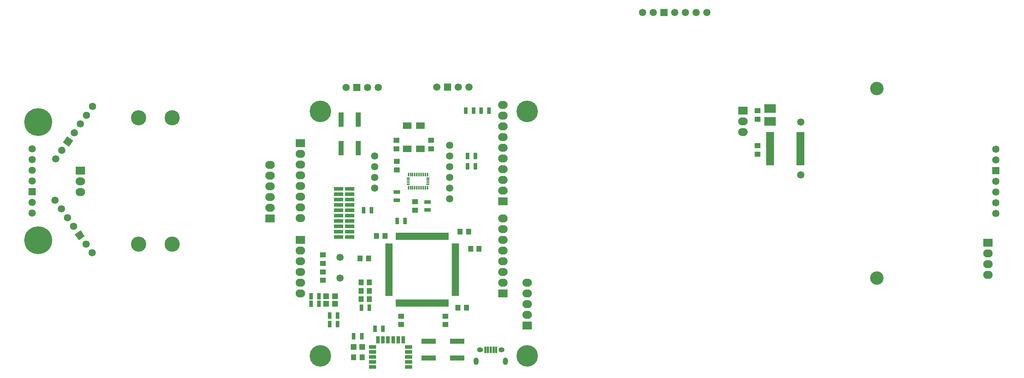
<source format=gts>
G04 #@! TF.FileFunction,Soldermask,Top*
%FSLAX46Y46*%
G04 Gerber Fmt 4.6, Leading zero omitted, Abs format (unit mm)*
G04 Created by KiCad (PCBNEW 4.0.4+dfsg1-stable) date Fri Feb  3 16:23:24 2017*
%MOMM*%
%LPD*%
G01*
G04 APERTURE LIST*
%ADD10C,0.100000*%
%ADD11C,5.100000*%
%ADD12R,2.232000X1.927200*%
%ADD13O,2.232000X1.927200*%
%ADD14R,1.700000X0.480000*%
%ADD15R,0.480000X1.700000*%
%ADD16R,1.450000X1.200000*%
%ADD17R,1.200000X1.450000*%
%ADD18R,0.900000X1.500000*%
%ADD19R,1.500000X0.900000*%
%ADD20R,0.450000X0.875000*%
%ADD21R,0.775000X0.450000*%
%ADD22C,1.724000*%
%ADD23R,1.724000X1.724000*%
%ADD24R,1.950000X0.650000*%
%ADD25R,2.699360X2.150720*%
%ADD26C,3.200000*%
%ADD27R,0.600000X1.550000*%
%ADD28O,1.450000X1.150000*%
%ADD29O,1.200000X1.750000*%
%ADD30R,2.232000X0.835000*%
%ADD31C,3.600000*%
%ADD32R,1.398880X1.398880*%
%ADD33R,1.700000X0.900000*%
%ADD34R,0.900000X1.700000*%
%ADD35R,1.200000X3.400000*%
%ADD36R,3.400000X1.200000*%
%ADD37C,6.600000*%
%ADD38C,1.701140*%
%ADD39R,2.100000X1.500000*%
G04 APERTURE END LIST*
D10*
D11*
X110350000Y-137900000D03*
X110350000Y-79900000D03*
X159350000Y-137900000D03*
X159350000Y-79900000D03*
D12*
X105640000Y-87510000D03*
D13*
X105640000Y-90050000D03*
X105640000Y-92590000D03*
X105640000Y-95130000D03*
X105640000Y-97670000D03*
X105640000Y-100210000D03*
X105640000Y-102750000D03*
X105640000Y-105290000D03*
D12*
X105640000Y-110390000D03*
D13*
X105640000Y-112930000D03*
X105640000Y-115470000D03*
X105640000Y-118010000D03*
X105640000Y-120550000D03*
X105640000Y-123090000D03*
D12*
X153640000Y-101270000D03*
D13*
X153640000Y-98730000D03*
X153640000Y-96190000D03*
X153640000Y-93650000D03*
X153640000Y-91110000D03*
X153640000Y-88570000D03*
X153640000Y-86030000D03*
X153640000Y-83490000D03*
X153640000Y-80950000D03*
X153640000Y-78410000D03*
D12*
X153640000Y-123110000D03*
D13*
X153640000Y-120570000D03*
X153640000Y-118030000D03*
X153640000Y-115490000D03*
X153640000Y-112950000D03*
X153640000Y-110410000D03*
X153640000Y-107870000D03*
X153640000Y-105330000D03*
D14*
X126600000Y-111500000D03*
X126600000Y-112000000D03*
X126600000Y-112500000D03*
X126600000Y-113000000D03*
X126600000Y-113500000D03*
X126600000Y-114000000D03*
X126600000Y-114500000D03*
X126600000Y-115000000D03*
X126600000Y-115500000D03*
X126600000Y-116000000D03*
X126600000Y-116500000D03*
X126600000Y-117000000D03*
X126600000Y-117500000D03*
X126600000Y-118000000D03*
X126600000Y-118500000D03*
X126600000Y-119000000D03*
X126600000Y-119500000D03*
X126600000Y-120000000D03*
X126600000Y-120500000D03*
X126600000Y-121000000D03*
X126600000Y-121500000D03*
X126600000Y-122000000D03*
X126600000Y-122500000D03*
X126600000Y-123000000D03*
X126600000Y-123500000D03*
D15*
X128500000Y-125400000D03*
X129000000Y-125400000D03*
X129500000Y-125400000D03*
X130000000Y-125400000D03*
X130500000Y-125400000D03*
X131000000Y-125400000D03*
X131500000Y-125400000D03*
X132000000Y-125400000D03*
X132500000Y-125400000D03*
X133000000Y-125400000D03*
X133500000Y-125400000D03*
X134000000Y-125400000D03*
X134500000Y-125400000D03*
X135000000Y-125400000D03*
X135500000Y-125400000D03*
X136000000Y-125400000D03*
X136500000Y-125400000D03*
X137000000Y-125400000D03*
X137500000Y-125400000D03*
X138000000Y-125400000D03*
X138500000Y-125400000D03*
X139000000Y-125400000D03*
X139500000Y-125400000D03*
X140000000Y-125400000D03*
X140500000Y-125400000D03*
D14*
X142400000Y-123500000D03*
X142400000Y-123000000D03*
X142400000Y-122500000D03*
X142400000Y-122000000D03*
X142400000Y-121500000D03*
X142400000Y-121000000D03*
X142400000Y-120500000D03*
X142400000Y-120000000D03*
X142400000Y-119500000D03*
X142400000Y-119000000D03*
X142400000Y-118500000D03*
X142400000Y-118000000D03*
X142400000Y-117500000D03*
X142400000Y-117000000D03*
X142400000Y-116500000D03*
X142400000Y-116000000D03*
X142400000Y-115500000D03*
X142400000Y-115000000D03*
X142400000Y-114500000D03*
X142400000Y-114000000D03*
X142400000Y-113500000D03*
X142400000Y-113000000D03*
X142400000Y-112500000D03*
X142400000Y-112000000D03*
X142400000Y-111500000D03*
D15*
X140500000Y-109600000D03*
X140000000Y-109600000D03*
X139500000Y-109600000D03*
X139000000Y-109600000D03*
X138500000Y-109600000D03*
X138000000Y-109600000D03*
X137500000Y-109600000D03*
X137000000Y-109600000D03*
X136500000Y-109600000D03*
X136000000Y-109600000D03*
X135500000Y-109600000D03*
X135000000Y-109600000D03*
X134500000Y-109600000D03*
X134000000Y-109600000D03*
X133500000Y-109600000D03*
X133000000Y-109600000D03*
X132500000Y-109600000D03*
X132000000Y-109600000D03*
X131500000Y-109600000D03*
X131000000Y-109600000D03*
X130500000Y-109600000D03*
X130000000Y-109600000D03*
X129500000Y-109600000D03*
X129000000Y-109600000D03*
X128500000Y-109600000D03*
D16*
X111000000Y-116000000D03*
X111000000Y-114000000D03*
X111000000Y-118000000D03*
X111000000Y-120000000D03*
X140000000Y-128500000D03*
X140000000Y-130500000D03*
D17*
X146000000Y-112500000D03*
X148000000Y-112500000D03*
D16*
X129500000Y-128500000D03*
X129500000Y-130500000D03*
D17*
X143000000Y-126500000D03*
X145000000Y-126500000D03*
X125700000Y-109450000D03*
X123700000Y-109450000D03*
X121800000Y-114800000D03*
X119800000Y-114800000D03*
X122000000Y-120500000D03*
X120000000Y-120500000D03*
X143500000Y-108500000D03*
X145500000Y-108500000D03*
X122000000Y-122500000D03*
X120000000Y-122500000D03*
X122000000Y-124500000D03*
X120000000Y-124500000D03*
D18*
X122500000Y-103400000D03*
X120600000Y-103400000D03*
X130450000Y-105900000D03*
X128550000Y-105900000D03*
X144800000Y-79750000D03*
X146700000Y-79750000D03*
X148450000Y-79750000D03*
X150350000Y-79750000D03*
D16*
X136600000Y-88800000D03*
X136600000Y-86800000D03*
X128400000Y-88800000D03*
X128400000Y-86800000D03*
X132800000Y-101400000D03*
X132800000Y-103400000D03*
X128500000Y-93800000D03*
X128500000Y-91800000D03*
D19*
X128500000Y-101000000D03*
X128500000Y-99100000D03*
X135800000Y-103350000D03*
X135800000Y-101450000D03*
D20*
X131250000Y-94925000D03*
X131750000Y-94925000D03*
X132250000Y-94925000D03*
X132750000Y-94925000D03*
X133250000Y-94925000D03*
X133750000Y-94925000D03*
X134250000Y-94925000D03*
X134750000Y-94925000D03*
X135250000Y-94925000D03*
X135750000Y-94925000D03*
X131250000Y-98050000D03*
X131750000Y-98050000D03*
X132250000Y-98050000D03*
X132750000Y-98050000D03*
X133250000Y-98050000D03*
X133750000Y-98050000D03*
X134250000Y-98050000D03*
X134750000Y-98050000D03*
X135250000Y-98050000D03*
X135750000Y-98050000D03*
D21*
X131187500Y-95737500D03*
X131187500Y-96237500D03*
X131187500Y-96737500D03*
X131187500Y-97237500D03*
X135812500Y-95737500D03*
X135812500Y-96237500D03*
X135812500Y-96737500D03*
X135812500Y-97237500D03*
D22*
X137990000Y-74200000D03*
D23*
X140530000Y-74200000D03*
D22*
X143070000Y-74200000D03*
X145610000Y-74200000D03*
X116490000Y-74250000D03*
D23*
X119030000Y-74250000D03*
D22*
X121570000Y-74250000D03*
X124110000Y-74250000D03*
X123250000Y-95570000D03*
X123250000Y-93030000D03*
X141030000Y-95570000D03*
X141030000Y-93030000D03*
X141030000Y-98110000D03*
X141030000Y-100650000D03*
X141030000Y-90490000D03*
X141030000Y-87950000D03*
X123250000Y-90490000D03*
X123250000Y-98110000D03*
D24*
X224200000Y-92375000D03*
X224200000Y-91725000D03*
X224200000Y-91075000D03*
X224200000Y-90425000D03*
X224200000Y-89775000D03*
X224200000Y-89125000D03*
X224200000Y-88475000D03*
X224200000Y-87825000D03*
X224200000Y-87175000D03*
X224200000Y-86525000D03*
X224200000Y-85875000D03*
X224200000Y-85225000D03*
X217000000Y-85225000D03*
X217000000Y-85875000D03*
X217000000Y-86525000D03*
X217000000Y-87175000D03*
X217000000Y-87825000D03*
X217000000Y-88475000D03*
X217000000Y-89125000D03*
X217000000Y-89775000D03*
X217000000Y-90425000D03*
X217000000Y-91075000D03*
X217000000Y-91725000D03*
X217000000Y-92375000D03*
D16*
X214000000Y-90100000D03*
X214000000Y-88100000D03*
X214000000Y-81800000D03*
X214000000Y-79800000D03*
D25*
X217000000Y-82324000D03*
X217000000Y-79276000D03*
D22*
X42000000Y-104080000D03*
X42000000Y-101540000D03*
D23*
X42000000Y-99000000D03*
D22*
X42000000Y-96460000D03*
X42000000Y-93920000D03*
X42000000Y-91380000D03*
X42000000Y-88840000D03*
X56241305Y-113483877D03*
X54784421Y-111403231D03*
D10*
G36*
X53539223Y-108122053D02*
X54528069Y-109534271D01*
X53115851Y-110523117D01*
X52127005Y-109110899D01*
X53539223Y-108122053D01*
X53539223Y-108122053D01*
G37*
D22*
X51870653Y-107241938D03*
X50413768Y-105161292D03*
X48956884Y-103080646D03*
X47500000Y-101000000D03*
X47629348Y-91241939D03*
X49086232Y-89161293D03*
D10*
G36*
X51743648Y-86868961D02*
X50754802Y-88281179D01*
X49342584Y-87292333D01*
X50331430Y-85880115D01*
X51743648Y-86868961D01*
X51743648Y-86868961D01*
G37*
D22*
X52000000Y-85000000D03*
X53456885Y-82919354D03*
X54913769Y-80838708D03*
X56370653Y-78758062D03*
X186740000Y-56500000D03*
X189280000Y-56500000D03*
D23*
X191820000Y-56500000D03*
D22*
X194360000Y-56500000D03*
X196900000Y-56500000D03*
X199440000Y-56500000D03*
X201980000Y-56500000D03*
X270500000Y-88880000D03*
X270500000Y-91420000D03*
D23*
X270500000Y-93960000D03*
D22*
X270500000Y-96500000D03*
X270500000Y-99040000D03*
X270500000Y-101580000D03*
X270500000Y-104120000D03*
X224250000Y-95000000D03*
X224250000Y-82500000D03*
D26*
X242250000Y-119500000D03*
X242250000Y-74500000D03*
D12*
X210500000Y-79760000D03*
D13*
X210500000Y-82300000D03*
X210500000Y-84840000D03*
D12*
X53500000Y-93960000D03*
D13*
X53500000Y-96500000D03*
X53500000Y-99040000D03*
D27*
X149450000Y-136500000D03*
X150100000Y-136500000D03*
X150750000Y-136500000D03*
X151400000Y-136500000D03*
X152050000Y-136500000D03*
D28*
X148250000Y-136500000D03*
X153250000Y-136500000D03*
D29*
X147250000Y-139200000D03*
X154250000Y-139200000D03*
D30*
X114700000Y-98300000D03*
X117278100Y-98300000D03*
X114700000Y-99570000D03*
X117278100Y-99570000D03*
X114700000Y-100840000D03*
X117278100Y-100840000D03*
X114700000Y-102110000D03*
X117278100Y-102110000D03*
X114700000Y-103380000D03*
X117278100Y-103380000D03*
X114700000Y-104650000D03*
X117278100Y-104650000D03*
X114700000Y-105920000D03*
X117278100Y-105920000D03*
X114700000Y-107190000D03*
X117278100Y-107190000D03*
X114700000Y-108460000D03*
X117278100Y-108460000D03*
X114700000Y-109730000D03*
X117278100Y-109730000D03*
D12*
X98400000Y-105300000D03*
D13*
X98400000Y-102760000D03*
X98400000Y-100220000D03*
X98400000Y-97680000D03*
X98400000Y-95140000D03*
X98400000Y-92600000D03*
D18*
X120100000Y-126500000D03*
X122000000Y-126500000D03*
D31*
X75250000Y-81450000D03*
X67250000Y-81450000D03*
X75250000Y-111450000D03*
X67250000Y-111450000D03*
D17*
X120250000Y-138250000D03*
X118250000Y-138250000D03*
D32*
X120298040Y-135800000D03*
X118200000Y-135800000D03*
D18*
X125200000Y-131500000D03*
X123300000Y-131500000D03*
X118250000Y-133300000D03*
X120150000Y-133300000D03*
D33*
X131250000Y-135800000D03*
D34*
X130000000Y-134150000D03*
X128800000Y-134150000D03*
X127600000Y-134150000D03*
X126400000Y-134150000D03*
X125200000Y-134150000D03*
X124000000Y-134150000D03*
D33*
X131250000Y-137000000D03*
X131250000Y-138200000D03*
X131250000Y-139400000D03*
X131250000Y-140600000D03*
X122750000Y-135800000D03*
X122750000Y-137000000D03*
X122750000Y-138200000D03*
X122750000Y-139400000D03*
X122750000Y-140600000D03*
D18*
X147150000Y-90500000D03*
X145250000Y-90500000D03*
X147150000Y-93000000D03*
X145250000Y-93000000D03*
X114450000Y-128400000D03*
X112550000Y-128400000D03*
X114450000Y-130400000D03*
X112550000Y-130400000D03*
D12*
X159350000Y-130730000D03*
D13*
X159350000Y-128190000D03*
X159350000Y-125650000D03*
X159350000Y-123110000D03*
X159350000Y-120570000D03*
D12*
X268600000Y-111120000D03*
D13*
X268600000Y-113660000D03*
X268600000Y-116200000D03*
X268600000Y-118740000D03*
D35*
X115300000Y-81900000D03*
X115300000Y-88700000D03*
X119300000Y-88700000D03*
X119300000Y-81900000D03*
D36*
X136025000Y-138425000D03*
X142825000Y-138425000D03*
X142825000Y-134425000D03*
X136025000Y-134425000D03*
D37*
X43500000Y-110500000D03*
X43500000Y-82500000D03*
D32*
X113849020Y-123800000D03*
X111750980Y-123800000D03*
X113849020Y-125600000D03*
X111750980Y-125600000D03*
D18*
X108150000Y-123800000D03*
X110050000Y-123800000D03*
X108150000Y-125600000D03*
X110050000Y-125600000D03*
D38*
X115000000Y-114559060D03*
X115000000Y-119440940D03*
D39*
X134100000Y-88800000D03*
X134100000Y-83300000D03*
X130900000Y-83300000D03*
X130900000Y-88800000D03*
M02*

</source>
